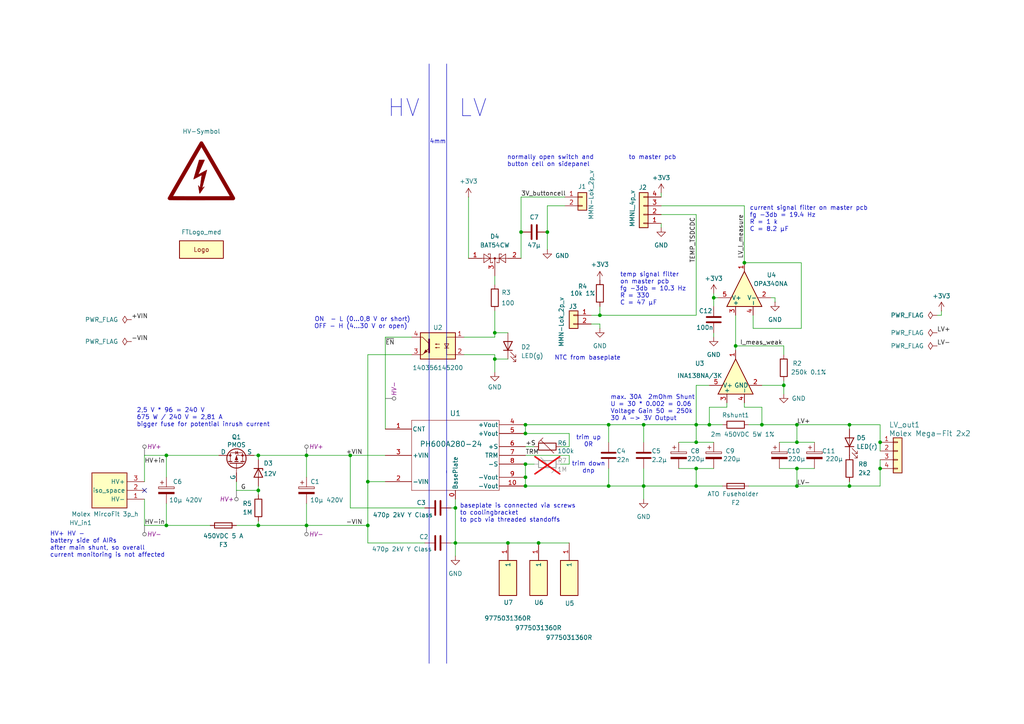
<source format=kicad_sch>
(kicad_sch (version 20231120) (generator "eeschema") (generator_version "8.0")
  (paper "A4")
  (title_block (title "TS-DCDC") (date "2024-12-12") (rev "0.5"))
  (lib_symbols
    (symbol "2024-11-18_21-41-11:PH600A280-24" (pin_names (offset 0.254))
      (property "Reference" "U1" (at 20.32 7.112 0))
      (property "Value" "PH600A280-24" (at 19.05 -1.778 0))
      (symbol "PH600A280-24_1_1"
        (pin passive line (at 20.32 -17.78 90) (length 2.54) (name "BasePlate") (number "0"))
        (pin input line (at 0 2.54 0) (length 7.62) (name "CNT") (number "1"))
        (pin power_out line (at 40.64 -13.97 180) (length 7.62) (name "-Vout") (number "10"))
        (pin power_in line (at 0 -12.7 0) (length 7.62) (name "-VIN") (number "2"))
        (pin power_in line (at 0 -5.08 0) (length 7.62) (name "+VIN") (number "3"))
        (pin power_out line (at 40.64 3.81 180) (length 7.62) (name "+Vout") (number "4"))
        (pin passive line (at 40.64 1.27 180) (length 7.62) (name "+Vout") (number "5"))
        (pin input line (at 40.64 -2.54 180) (length 7.62) (name "+S") (number "6"))
        (pin input line (at 40.64 -5.08 180) (length 7.62) (name "TRM") (number "7"))
        (pin input line (at 40.64 -7.62 180) (length 7.62) (name "-S") (number "8"))
        (pin passive line (at 40.64 -11.43 180) (length 7.62) (name "-Vout") (number "9"))
      )
    )
    (symbol "43650-0317:43650-0317"
      (property "Reference" "HV_in1" (at 18.542 -11.938 0))
      (property "Value" "Molex MircoFit 3p_h" (at 11.43 -9.398 0))
      (symbol "43650-0317_1_1"
        (pin power_out line (at 0 -5.08 0) (length 5.08) (name "HV-") (number "1"))
        (pin passive line (at 0 -2.54 0) (length 5.08) (name "iso_space") (number "2"))
        (pin power_out line (at 0 0 0) (length 5.08) (name "HV+") (number "3"))
      )
    )
    (symbol "9775031360R:9775031360R"
      (property "Reference" "U" (at 16.51 7.62 0))
      (property "Value" "9775031360R" (at 16.51 5.08 0))
      (symbol "9775031360R_1_1"
        (pin passive line (at 0 0 0) (length 5.08) (name "1") (number "1"))
      )
    )
    (symbol "Amplifier_Current:INA138" (pin_names (offset 0.127))
      (property "Reference" "U" (at 3.81 5.08 0))
      (property "Value" "INA138" (at 3.81 2.54 0))
      (symbol "INA138_1_1"
        (pin output line (at 7.62 0 180) (length 2.54) (name "~") (number "1"))
        (pin power_in line (at -2.54 -7.62 90) (length 3.81) (name "GND") (number "2"))
        (pin input line (at -7.62 2.54 0) (length 2.54) (name "+") (number "3"))
        (pin input line (at -7.62 -2.54 0) (length 2.54) (name "-") (number "4"))
        (pin power_in line (at -2.54 7.62 270) (length 3.81) (name "V+") (number "5"))
      )
    )
    (symbol "Amplifier_Operational:OPA340NA" (pin_names (offset 0.127))
      (property "Reference" "U" (at -1.27 6.35 0))
      (property "Value" "OPA340NA" (at -1.27 3.81 0))
      (symbol "OPA340NA_0_1"
        (pin power_in line (at -2.54 -7.62 90) (length 3.81) (name "V-") (number "2"))
        (pin power_in line (at -2.54 7.62 270) (length 3.81) (name "V+") (number "5"))
      )
      (symbol "OPA340NA_1_1"
        (pin output line (at 7.62 0 180) (length 2.54) (name "~") (number "1"))
        (pin input line (at -7.62 2.54 0) (length 2.54) (name "+") (number "3"))
        (pin input line (at -7.62 -2.54 0) (length 2.54) (name "-") (number "4"))
      )
    )
    (symbol "Conn_01x02_1" (pin_names (offset 1.016) hide)
      (property "Reference" "J3" (at -1.016 -5.08 0))
      (property "Value" "MMN-Lok_2p_v" (at 3.556 -7.874 90))
      (symbol "Conn_01x02_1_1_1"
        (pin passive line (at -5.08 -2.54 0) (length 3.81) (name "Pin_1") (number "1"))
        (pin passive line (at -5.08 0 0) (length 3.81) (name "Pin_2") (number "2"))
      )
    )
    (symbol "Conn_01x04_1" (pin_names (offset 1.016) hide)
      (property "Reference" "LV_out1" (at -2.54 7.62 0))
      (property "Value" "Molex Mega-Fit 2x2" (at -2.54 5.08 0))
      (symbol "Conn_01x04_1_1_1"
        (pin power_in line (at -5.08 2.54 0) (length 3.81) (name "Pin_1") (number "1"))
        (pin power_in line (at -5.08 0 0) (length 3.81) (name "Pin_2") (number "2"))
        (pin power_in line (at -5.08 -2.54 0) (length 3.81) (name "Pin_3") (number "3"))
        (pin power_in line (at -5.08 -5.08 0) (length 3.81) (name "Pin_4") (number "4"))
      )
    )
    (symbol "Connector_Generic:Conn_01x02" (pin_names (offset 1.016) hide)
      (property "Reference" "J" (at 0 2.54 0))
      (property "Value" "Conn_01x02" (at 0 -5.08 0))
      (symbol "Conn_01x02_1_1"
        (pin passive line (at -5.08 0 0) (length 3.81) (name "Pin_1") (number "1"))
        (pin passive line (at -5.08 -2.54 0) (length 3.81) (name "Pin_2") (number "2"))
      )
    )
    (symbol "Connector_Generic:Conn_01x04" (pin_names (offset 1.016) hide)
      (property "Reference" "J" (at 0 5.08 0))
      (property "Value" "Conn_01x04" (at 0 -7.62 0))
      (symbol "Conn_01x04_1_1"
        (pin passive line (at -5.08 2.54 0) (length 3.81) (name "Pin_1") (number "1"))
        (pin passive line (at -5.08 0 0) (length 3.81) (name "Pin_2") (number "2"))
        (pin passive line (at -5.08 -2.54 0) (length 3.81) (name "Pin_3") (number "3"))
        (pin passive line (at -5.08 -5.08 0) (length 3.81) (name "Pin_4") (number "4"))
      )
    )
    (symbol "Device:C" (pin_numbers hide) (pin_names (offset 0.254))
      (property "Reference" "C" (at 0.635 2.54 0))
      (property "Value" "C" (at 0.635 -2.54 0))
      (symbol "C_1_1"
        (pin passive line (at 0 3.81 270) (length 2.794) (name "~") (number "1"))
        (pin passive line (at 0 -3.81 90) (length 2.794) (name "~") (number "2"))
      )
    )
    (symbol "Device:C_Polarized" (pin_numbers hide) (pin_names (offset 0.254))
      (property "Reference" "C" (at 0.635 2.54 0))
      (property "Value" "C_Polarized" (at 0.635 -2.54 0))
      (symbol "C_Polarized_1_1"
        (pin passive line (at 0 3.81 270) (length 2.794) (name "~") (number "1"))
        (pin passive line (at 0 -3.81 90) (length 2.794) (name "~") (number "2"))
      )
    )
    (symbol "Device:D_Zener" (pin_numbers hide) (pin_names (offset 1.016) hide)
      (property "Reference" "D" (at 0 2.54 0))
      (property "Value" "D_Zener" (at 0 -2.54 0))
      (symbol "D_Zener_1_1"
        (pin passive line (at -3.81 0 0) (length 2.54) (name "K") (number "1"))
        (pin passive line (at 3.81 0 180) (length 2.54) (name "A") (number "2"))
      )
    )
    (symbol "Device:Fuse" (pin_numbers hide) (pin_names (offset 0))
      (property "Reference" "F" (at 2.032 0 90))
      (property "Value" "Fuse" (at -1.905 0 90))
      (symbol "Fuse_1_1"
        (pin passive line (at 0 3.81 270) (length 1.27) (name "~") (number "1"))
        (pin passive line (at 0 -3.81 90) (length 1.27) (name "~") (number "2"))
      )
    )
    (symbol "Device:LED" (pin_numbers hide) (pin_names (offset 1.016) hide)
      (property "Reference" "D" (at 0 2.54 0))
      (property "Value" "LED" (at 0 -2.54 0))
      (symbol "LED_1_1"
        (pin passive line (at -3.81 0 0) (length 2.54) (name "K") (number "1"))
        (pin passive line (at 3.81 0 180) (length 2.54) (name "A") (number "2"))
      )
    )
    (symbol "Device:R" (pin_numbers hide) (pin_names (offset 0))
      (property "Reference" "R" (at 2.032 0 90))
      (property "Value" "R" (at 0 0 90))
      (symbol "R_1_1"
        (pin passive line (at 0 3.81 270) (length 1.27) (name "~") (number "1"))
        (pin passive line (at 0 -3.81 90) (length 1.27) (name "~") (number "2"))
      )
    )
    (symbol "Device:R_Trim" (pin_numbers hide) (pin_names (offset 0))
      (property "Reference" "R" (at 2.54 -2.54 90))
      (property "Value" "R_Trim" (at -2.54 -0.635 90))
      (symbol "R_Trim_1_1"
        (pin passive line (at 0 3.81 270) (length 1.27) (name "~") (number "1"))
        (pin passive line (at 0 -3.81 90) (length 1.27) (name "~") (number "2"))
      )
    )
    (symbol "Diode:BAT54CW" (pin_names (offset 1.016))
      (property "Reference" "D" (at 0.635 -3.81 0))
      (property "Value" "BAT54CW" (at -6.35 3.175 0))
      (symbol "BAT54CW_1_1"
        (pin passive line (at -7.62 0 0) (length 3.81) (name "~") (number "1"))
        (pin passive line (at 7.62 0 180) (length 3.81) (name "~") (number "2"))
        (pin passive line (at 0 -5.08 90) (length 5.08) (name "~") (number "3"))
      )
    )
    (symbol "FaSTTUBe_logos:FTLogo_med"
      (property "Value" "FTLogo_med" (at 0 -3.81 0))
      (symbol "FTLogo_med_0_0"
        (text "Logo" (at 0 0 0) (effects (font (size 1.27 1.27))))
      )
    )
    (symbol "FaSTTUBe_logos:HV-Symbol" (pin_names (offset 1.016))
      (property "Value" "HV-Symbol" (at 0 -10.16 0))
    )
    (symbol "Fuse_1" (pin_numbers hide) (pin_names (offset 0))
      (property "Reference" "F2" (at 4.826 0 90))
      (property "Value" "ATO Fuseholder" (at 2.286 0.762 90))
      (symbol "Fuse_1_1_1"
        (pin passive line (at 0 3.81 270) (length 1.27) (name "~") (number "1"))
        (pin passive line (at 0 -3.81 90) (length 1.27) (name "~") (number "2"))
      )
    )
    (symbol "Relay_SolidState:34.81-7048"
      (property "Reference" "U2" (at 0 5.334 0))
      (property "Value" "140356145200" (at 0 -6.35 0))
      (symbol "34.81-7048_1_1"
        (pin passive line (at -7.62 2.54 0) (length 2.54) (name "") (number "1"))
        (pin passive line (at -7.62 -2.54 0) (length 2.54) (name "~") (number "2"))
        (pin passive line (at 7.62 -2.54 180) (length 2.54) (name "~") (number "3"))
        (pin passive line (at 7.62 2.54 180) (length 2.54) (name "~") (number "4"))
      )
    )
    (symbol "Simulation_SPICE:PMOS" (pin_numbers hide) (pin_names (offset 0))
      (property "Reference" "Q" (at 5.08 1.27 0))
      (property "Value" "PMOS" (at 5.08 -1.27 0))
      (symbol "PMOS_1_1"
        (pin passive line (at 2.54 5.08 270) (length 2.54) (name "D") (number "1"))
        (pin input line (at -5.08 0 0) (length 2.54) (name "G") (number "2"))
        (pin passive line (at 2.54 -5.08 90) (length 2.54) (name "S") (number "3"))
      )
    )
    (symbol "power:+3V3" (power) (pin_numbers hide) (pin_names (offset 0) hide)
      (property "Value" "+3V3" (at 0 3.556 0))
      (symbol "+3V3_1_1"
        (pin power_in line (at 0 0 90) (length 0) (name "~") (number "1"))
      )
    )
    (symbol "power:GND" (power) (pin_numbers hide) (pin_names (offset 0) hide)
      (property "Value" "GND" (at 0 -3.81 0))
      (symbol "GND_1_1"
        (pin power_in line (at 0 0 270) (length 0) (name "~") (number "1"))
      )
    )
    (symbol "power:PWR_FLAG" (power) (pin_numbers hide) (pin_names (offset 0) hide)
      (property "Value" "PWR_FLAG" (at 0 3.81 0))
      (symbol "PWR_FLAG_0_0"
        (pin power_out line (at 0 0 90) (length 0) (name "~") (number "1"))
      )
    )
  )
  (junction (at 152.4 134.62))
  (junction (at 186.69 123.19))
  (junction (at 207.01 86.36))
  (junction (at 143.51 96.52))
  (junction (at 74.93 152.4))
  (junction (at 74.93 142.24))
  (junction (at 143.51 104.14))
  (junction (at 106.68 139.7))
  (junction (at 48.26 132.08))
  (junction (at 201.93 128.27))
  (junction (at 213.36 100.33))
  (junction (at 231.14 123.19))
  (junction (at 176.53 123.19))
  (junction (at 151.13 67.31))
  (junction (at 152.4 138.43))
  (junction (at 147.32 157.48))
  (junction (at 201.93 135.89))
  (junction (at 48.26 152.4))
  (junction (at 152.4 123.19))
  (junction (at 246.38 123.19))
  (junction (at 132.08 157.48))
  (junction (at 106.68 152.4))
  (junction (at 152.4 140.97))
  (junction (at 88.9 152.4))
  (junction (at 205.74 123.19))
  (junction (at 201.93 123.19))
  (junction (at 176.53 140.97))
  (junction (at 255.27 135.89))
  (junction (at 231.14 128.27))
  (junction (at 88.9 132.08))
  (junction (at 231.14 135.89))
  (junction (at 173.99 91.44))
  (junction (at 158.75 67.31))
  (junction (at 156.21 157.48))
  (junction (at 152.4 125.73))
  (junction (at 201.93 140.97))
  (junction (at 220.98 123.19))
  (junction (at 255.27 128.27))
  (junction (at 74.93 132.08))
  (junction (at 132.08 147.32))
  (junction (at 186.69 140.97))
  (junction (at 215.9 76.2))
  (junction (at 246.38 140.97))
  (junction (at 101.6 132.08))
  (junction (at 227.33 111.76))
  (junction (at 231.14 140.97))
  (no_connect (at 41.91 142.24))
  (wire (pts (xy 231.14 135.89) (xy 231.14 140.97)))
  (wire (pts (xy 231.14 128.27) (xy 236.22 128.27)))
  (wire (pts (xy 41.91 152.4) (xy 41.91 144.78)))
  (wire (pts (xy 176.53 123.19) (xy 176.53 128.27)))
  (wire (pts (xy 48.26 152.4) (xy 60.96 152.4)))
  (wire (pts (xy 176.53 135.89) (xy 176.53 140.97)))
  (wire (pts (xy 111.76 97.79) (xy 111.76 124.46)))
  (wire (pts (xy 158.75 59.69) (xy 158.75 67.31)))
  (wire (pts (xy 201.93 123.19) (xy 205.74 123.19)))
  (wire (pts (xy 152.4 134.62) (xy 154.94 134.62)))
  (wire (pts (xy 226.06 128.27) (xy 231.14 128.27)))
  (wire (pts (xy 201.93 111.76) (xy 205.74 111.76)))
  (wire (pts (xy 73.66 132.08) (xy 74.93 132.08)))
  (wire (pts (xy 273.05 91.44) (xy 271.78 91.44)))
  (wire (pts (xy 143.51 104.14) (xy 143.51 102.87)))
  (wire (pts (xy 106.68 139.7) (xy 111.76 139.7)))
  (wire (pts (xy 151.13 57.15) (xy 163.83 57.15)))
  (wire (pts (xy 132.08 157.48) (xy 130.81 157.48)))
  (wire (pts (xy 143.51 104.14) (xy 143.51 107.95)))
  (wire (pts (xy 106.68 139.7) (xy 106.68 152.4)))
  (wire (pts (xy 201.93 62.23) (xy 201.93 91.44)))
  (wire (pts (xy 173.99 93.98) (xy 171.45 93.98)))
  (wire (pts (xy 143.51 80.01) (xy 143.51 82.55)))
  (wire (pts (xy 132.08 157.48) (xy 147.32 157.48)))
  (wire (pts (xy 205.74 123.19) (xy 209.55 123.19)))
  (wire (pts (xy 165.1 129.54) (xy 162.56 129.54)))
  (wire (pts (xy 134.62 97.79) (xy 143.51 97.79)))
  (wire (pts (xy 207.01 96.52) (xy 207.01 97.79)))
  (wire (pts (xy 201.93 111.76) (xy 201.93 123.19)))
  (wire (pts (xy 210.82 116.84) (xy 210.82 118.11)))
  (wire (pts (xy 210.82 118.11) (xy 205.74 118.11)))
  (wire (pts (xy 135.89 57.15) (xy 135.89 74.93)))
  (wire (pts (xy 74.93 132.08) (xy 88.9 132.08)))
  (wire (pts (xy 218.44 95.25) (xy 232.41 95.25)))
  (wire (pts (xy 165.1 134.62) (xy 165.1 132.08)))
  (wire (pts (xy 227.33 111.76) (xy 227.33 114.3)))
  (wire (pts (xy 152.4 123.19) (xy 176.53 123.19)))
  (polyline (pts (xy 124.46 18.542) (xy 124.46 192.405)))
  (wire (pts (xy 88.9 152.4) (xy 106.68 152.4)))
  (wire (pts (xy 208.28 86.36) (xy 207.01 86.36)))
  (wire (pts (xy 191.77 66.04) (xy 191.77 64.77)))
  (wire (pts (xy 151.13 57.15) (xy 151.13 67.31)))
  (wire (pts (xy 152.4 138.43) (xy 152.4 134.62)))
  (wire (pts (xy 41.91 152.4) (xy 48.26 152.4)))
  (wire (pts (xy 74.93 152.4) (xy 88.9 152.4)))
  (wire (pts (xy 217.17 140.97) (xy 231.14 140.97)))
  (wire (pts (xy 132.08 147.32) (xy 132.08 157.48)))
  (wire (pts (xy 143.51 104.14) (xy 147.32 104.14)))
  (wire (pts (xy 220.98 118.11) (xy 220.98 123.19)))
  (wire (pts (xy 255.27 128.27) (xy 255.27 130.81)))
  (wire (pts (xy 224.79 87.63) (xy 224.79 86.36)))
  (wire (pts (xy 186.69 123.19) (xy 201.93 123.19)))
  (wire (pts (xy 152.4 129.54) (xy 154.94 129.54)))
  (wire (pts (xy 48.26 146.05) (xy 48.26 152.4)))
  (wire (pts (xy 74.93 133.35) (xy 74.93 132.08)))
  (wire (pts (xy 74.93 143.51) (xy 74.93 142.24)))
  (wire (pts (xy 68.58 139.7) (xy 68.58 142.24)))
  (wire (pts (xy 106.68 152.4) (xy 106.68 157.48)))
  (wire (pts (xy 213.36 91.44) (xy 213.36 100.33)))
  (wire (pts (xy 186.69 140.97) (xy 201.93 140.97)))
  (wire (pts (xy 246.38 124.46) (xy 246.38 123.19)))
  (wire (pts (xy 173.99 88.9) (xy 173.99 91.44)))
  (wire (pts (xy 213.36 100.33) (xy 227.33 100.33)))
  (wire (pts (xy 68.58 152.4) (xy 74.93 152.4)))
  (wire (pts (xy 173.99 91.44) (xy 201.93 91.44)))
  (wire (pts (xy 186.69 123.19) (xy 186.69 128.27)))
  (wire (pts (xy 186.69 140.97) (xy 186.69 144.78)))
  (wire (pts (xy 220.98 111.76) (xy 227.33 111.76)))
  (wire (pts (xy 201.93 128.27) (xy 207.01 128.27)))
  (wire (pts (xy 186.69 135.89) (xy 186.69 140.97)))
  (wire (pts (xy 201.93 135.89) (xy 201.93 140.97)))
  (wire (pts (xy 158.75 67.31) (xy 158.75 72.39)))
  (wire (pts (xy 220.98 118.11) (xy 215.9 118.11)))
  (wire (pts (xy 226.06 135.89) (xy 231.14 135.89)))
  (wire (pts (xy 106.68 102.87) (xy 119.38 102.87)))
  (wire (pts (xy 132.08 144.78) (xy 132.08 147.32)))
  (polyline (pts (xy 129.54 136.525) (xy 129.54 192.405)))
  (wire (pts (xy 143.51 96.52) (xy 147.32 96.52)))
  (wire (pts (xy 152.4 123.19) (xy 152.4 125.73)))
  (wire (pts (xy 88.9 132.08) (xy 88.9 138.43)))
  (wire (pts (xy 191.77 57.15) (xy 191.77 55.88)))
  (wire (pts (xy 232.41 76.2) (xy 215.9 76.2)))
  (wire (pts (xy 201.93 140.97) (xy 209.55 140.97)))
  (wire (pts (xy 165.1 125.73) (xy 152.4 125.73)))
  (wire (pts (xy 74.93 142.24) (xy 74.93 140.97)))
  (wire (pts (xy 205.74 118.11) (xy 205.74 123.19)))
  (wire (pts (xy 88.9 132.08) (xy 101.6 132.08)))
  (wire (pts (xy 147.32 157.48) (xy 156.21 157.48)))
  (wire (pts (xy 101.6 132.08) (xy 111.76 132.08)))
  (wire (pts (xy 196.85 128.27) (xy 201.93 128.27)))
  (wire (pts (xy 106.68 102.87) (xy 106.68 139.7)))
  (wire (pts (xy 196.85 135.89) (xy 201.93 135.89)))
  (wire (pts (xy 232.41 95.25) (xy 232.41 76.2)))
  (wire (pts (xy 162.56 134.62) (xy 165.1 134.62)))
  (wire (pts (xy 163.83 59.69) (xy 158.75 59.69)))
  (wire (pts (xy 176.53 123.19) (xy 186.69 123.19)))
  (wire (pts (xy 48.26 132.08) (xy 63.5 132.08)))
  (wire (pts (xy 213.36 100.33) (xy 213.36 101.6)))
  (wire (pts (xy 224.79 86.36) (xy 223.52 86.36)))
  (wire (pts (xy 173.99 91.44) (xy 171.45 91.44)))
  (wire (pts (xy 74.93 151.13) (xy 74.93 152.4)))
  (wire (pts (xy 231.14 135.89) (xy 236.22 135.89)))
  (wire (pts (xy 217.17 123.19) (xy 220.98 123.19)))
  (wire (pts (xy 215.9 59.69) (xy 215.9 76.2)))
  (wire (pts (xy 231.14 140.97) (xy 246.38 140.97)))
  (wire (pts (xy 152.4 140.97) (xy 176.53 140.97)))
  (wire (pts (xy 231.14 123.19) (xy 231.14 128.27)))
  (wire (pts (xy 201.93 135.89) (xy 207.01 135.89)))
  (wire (pts (xy 191.77 59.69) (xy 215.9 59.69)))
  (polyline (pts (xy 129.54 18.542) (xy 129.54 137.16)))
  (wire (pts (xy 123.19 147.32) (xy 101.6 147.32)))
  (wire (pts (xy 246.38 139.7) (xy 246.38 140.97)))
  (wire (pts (xy 152.4 140.97) (xy 152.4 138.43)))
  (wire (pts (xy 255.27 133.35) (xy 255.27 135.89)))
  (wire (pts (xy 246.38 123.19) (xy 255.27 123.19)))
  (wire (pts (xy 68.58 142.24) (xy 74.93 142.24)))
  (wire (pts (xy 176.53 140.97) (xy 186.69 140.97)))
  (wire (pts (xy 173.99 93.98) (xy 173.99 95.25)))
  (wire (pts (xy 215.9 118.11) (xy 215.9 116.84)))
  (wire (pts (xy 152.4 132.08) (xy 165.1 132.08)))
  (wire (pts (xy 143.51 96.52) (xy 143.51 90.17)))
  (wire (pts (xy 255.27 135.89) (xy 255.27 140.97)))
  (wire (pts (xy 151.13 67.31) (xy 151.13 74.93)))
  (wire (pts (xy 143.51 97.79) (xy 143.51 96.52)))
  (wire (pts (xy 246.38 140.97) (xy 255.27 140.97)))
  (wire (pts (xy 165.1 129.54) (xy 165.1 125.73)))
  (wire (pts (xy 132.08 147.32) (xy 130.81 147.32)))
  (wire (pts (xy 132.08 161.29) (xy 132.08 157.48)))
  (wire (pts (xy 101.6 147.32) (xy 101.6 132.08)))
  (wire (pts (xy 48.26 132.08) (xy 48.26 138.43)))
  (wire (pts (xy 273.05 90.17) (xy 273.05 91.44)))
  (wire (pts (xy 106.68 157.48) (xy 123.19 157.48)))
  (wire (pts (xy 111.76 97.79) (xy 119.38 97.79)))
  (wire (pts (xy 165.1 157.48) (xy 156.21 157.48)))
  (wire (pts (xy 227.33 100.33) (xy 227.33 102.87)))
  (wire (pts (xy 220.98 123.19) (xy 231.14 123.19)))
  (wire (pts (xy 41.91 132.08) (xy 48.26 132.08)))
  (wire (pts (xy 207.01 86.36) (xy 207.01 85.09)))
  (wire (pts (xy 41.91 132.08) (xy 41.91 139.7)))
  (wire (pts (xy 255.27 123.19) (xy 255.27 128.27)))
  (wire (pts (xy 207.01 86.36) (xy 207.01 88.9)))
  (wire (pts (xy 227.33 110.49) (xy 227.33 111.76)))
  (wire (pts (xy 143.51 102.87) (xy 134.62 102.87)))
  (wire (pts (xy 231.14 123.19) (xy 246.38 123.19)))
  (wire (pts (xy 201.93 62.23) (xy 191.77 62.23)))
  (wire (pts (xy 218.44 95.25) (xy 218.44 91.44)))
  (wire (pts (xy 88.9 152.4) (xy 88.9 146.05)))
  (wire (pts (xy 201.93 123.19) (xy 201.93 128.27)))
  (text "trim down\ndnp" (at 170.688 135.636 0) (effects (font (size 1.27 1.27))))
  (text " ON  - L (0...0,8 V or short)\nOFF - H (4...30 V or open)" (at 104.648 93.726 0) (effects (font (size 1.27 1.27))))
  (text "max. 30A  2mOhm Shunt \nU = 30 * 0.002 = 0.06\nVoltage Gain 50 = 250k\n30 A -> 3V Output\n" (at 177.038 118.364 0) (effects (font (size 1.27 1.27)) (justify left)))
  (text "trim up\n0R" (at 170.688 128.016 0) (effects (font (size 1.27 1.27))))
  (text "2,5 V * 96 = 240 V\n675 W / 240 V = 2,81 A\nbigger fuse for potential inrush current\n\n" (at 39.624 122.174 0) (effects (font (size 1.27 1.27)) (justify left)))
  (text "current signal filter on master pcb\nfg -3db = 19.4 Hz\nR = 1 k\nC = 8.2 µF\n" (at 217.424 63.5 0) (effects (font (size 1.27 1.27)) (justify left)))
  (text "LV" (at 137.16 31.496 0) (effects (font (size 5 5))))
  (text "4mm" (at 127 41.148 0) (effects (font (size 1.27 1.27))))
  (text "normally open switch and\nbutton cell on sidepanel\n " (at 147.066 44.958 0) (effects (font (size 1.27 1.27)) (justify left top)))
  (text "NTC from baseplate" (at 170.434 103.886 0) (effects (font (size 1.27 1.27))))
  (text "HV" (at 117.094 31.496 0) (effects (font (size 5 5))))
  (text "HV+ HV -\nbattery side of AIRs\nafter main shunt, so overall \ncurrent monitoring is not affected" (at 14.478 157.988 0) (effects (font (size 1.27 1.27)) (justify left)))
  (text "to master pcb" (at 189.23 45.72 0) (effects (font (size 1.27 1.27))))
  (text "baseplate is connected via screws \nto coolingbracket\nto pcb via threaded standoffs\n" (at 133.35 148.844 0) (effects (font (size 1.27 1.27)) (justify left)))
  (text "temp signal filter \non master pcb\nfg -3db = 10.3 Hz\nR = 330\nC = 47 µF" (at 179.832 83.82 0) (effects (font (size 1.27 1.27)) (justify left)))
  (label "LV+" (at 231.14 123.19 0))
  (label "+VIN" (at 38.1 92.71 0))
  (label "LV-" (at 231.14 140.97 0))
  (label "TEMP_TSDCDC" (at 201.93 76.2 90))
  (label "LV-" (at 271.78 100.33 0))
  (label "G" (at 69.85 142.24 0))
  (label "+S" (at 152.4 129.54 0))
  (label "-VIN" (at 38.1 99.06 0))
  (label "TRM" (at 152.4 132.08 0))
  (label "-VIN" (at 100.33 152.4 0))
  (label "LV_I_measure" (at 215.9 74.93 90))
  (label "HV+in" (at 41.91 134.62 0))
  (label "I_meas_weak" (at 214.63 100.33 0))
  (label "3V_buttoncell" (at 151.13 57.15 0))
  (label "HV-in" (at 41.91 152.4 0))
  (label "~{EN}" (at 111.76 100.33 0))
  (label "+VIN" (at 100.33 132.08 0))
  (label "LV+" (at 271.78 96.52 0))
  (netclass_flag "" (length 2.54) (shape round) (at 41.91 132.08 0) (property "Netclass" "HV+" (at 42.6085 129.54 0) (effects (font (italic yes)) (justify left))))
  (netclass_flag "" (length 2.54) (shape round) (at 41.91 152.4 180) (property "Netclass" "HV-" (at 42.6085 154.94 0) (effects (font (italic yes)) (justify left))))
  (netclass_flag "" (length 2.54) (shape round) (at 111.76 115.57 270) (property "Netclass" "HV-" (at 114.3 114.8715 90) (effects (font (italic yes)) (justify left))))
  (netclass_flag "" (length 2.54) (shape round) (at 88.9 132.08 0) (property "Netclass" "HV+" (at 89.5985 129.54 0) (effects (font (italic yes)) (justify left))))
  (netclass_flag "" (length 2.54) (shape round) (at 68.58 142.24 180) (property "Netclass" "HV+" (at 67.8815 144.78 0) (effects (font (italic yes)) (justify right))))
  (netclass_flag "" (length 2.54) (shape round) (at 88.9 152.4 180) (property "Netclass" "HV-" (at 89.5985 154.94 0) (effects (font (italic yes)) (justify left))))
  (symbol (lib_id "9775031360R:9775031360R") (at 165.1 157.48 270) (unit 1)
    (property "Reference" "U5" (at 163.83 175.006 90) (effects (justify left)))
    (property "Value" "9775031360R" (at 158.242 184.912 90) (effects (justify left)))
    (property "Footprint" "9775031360R" (effects (hide yes)))
    (property "Datasheet" "https://www.we-online.com/components/products/datasheet/9775031360R.pdf" (effects (hide yes)))
    (property "Description" "Round Standoff Threaded M3 Steel 0.039\" (1.00mm)" (effects (hide yes)))
    (property "Height" "4.2" (effects (hide yes)))
    (property "Mouser Part Number" "710-9775031360R" (effects (hide yes)))
    (property "Mouser Price/Stock" "https://www.mouser.co.uk/ProductDetail/Wurth-Elektronik/9775031360R?qs=lBTPRtX1sU%252BooRt%2F6rjYpA%3D%3D" (effects (hide yes)))
    (property "Manufacturer_Name" "Wurth Elektronik" (effects (hide yes)))
    (property "Manufacturer_Part_Number" "9775031360R" (effects (hide yes)))
  )
  (symbol (lib_id "Device:LED") (at 147.32 100.33 90) (unit 1)
    (property "Reference" "D2" (at 151.13 100.6474 90) (effects (justify right)))
    (property "Value" "LED(g)" (at 151.13 103.1874 90) (effects (justify right)))
    (property "Footprint" "LED_SMD:LED_0603_1608Metric" (effects (hide yes)))
    (property "Description" "Light emitting diode" (effects (hide yes)))
  )
  (symbol (lib_id "Device:C_Polarized") (at 196.85 132.08 0) (unit 1)
    (property "Reference" "C8" (at 202.946 130.81 0) (effects (justify right)))
    (property "Value" "220µ" (at 204.47 133.096 0) (effects (justify right)))
    (property "Footprint" "Capacitor_THT:CP_Radial_D10.0mm_P5.00mm" (effects (hide yes)))
    (property "Datasheet" "https://mou.sr/3E8B9GR" (effects (hide yes)))
    (property "Description" "Polarized capacitor" (effects (hide yes)))
  )
  (symbol (lib_id "Device:C") (at 176.53 132.08 0) (unit 1)
    (property "Reference" "C4" (at 178.816 130.81 0) (effects (justify left)))
    (property "Value" "22n" (at 178.816 133.35 0) (effects (justify left)))
    (property "Footprint" "Capacitor_SMD:C_1206_3216Metric" (effects (hide yes)))
    (property "Description" "Unpolarized capacitor" (effects (hide yes)))
  )
  (symbol (lib_id "Device:R") (at 74.93 147.32 0) (unit 1)
    (property "Reference" "R5" (at 70.358 146.05 0) (effects (justify left)))
    (property "Value" "1M" (at 70.358 148.59 0) (effects (justify left)))
    (property "Footprint" "Resistor_SMD:R_2010_5025Metric" (effects (hide yes)))
    (property "Description" "Resistor" (effects (hide yes)))
  )
  (symbol (lib_id "Device:R") (at 246.38 135.89 0) (unit 1)
    (property "Reference" "R8" (at 248.92 134.6199 0) (effects (justify left)))
    (property "Value" "2k2" (at 248.92 137.1599 0) (effects (justify left)))
    (property "Footprint" "Resistor_SMD:R_0603_1608Metric" (effects (hide yes)))
    (property "Description" "Resistor" (effects (hide yes)))
  )
  (symbol (lib_id "Connector_Generic:Conn_01x04") (at 186.69 62.23 180) (unit 1)
    (property "Reference" "J2" (at 186.436 54.356 0))
    (property "Value" "MMNL_4p_v" (at 183.388 60.452 90))
    (property "Footprint" "FaSTTUBe_connectors:Micro_Mate-N-Lok_4p_vertical" (effects (hide yes)))
    (property "Description" "Generic connector, single row, 01x04, script generated (kicad-library-utils/schlib/autogen/connector/)" (effects (hide yes)))
  )
  (symbol (lib_id "power:GND") (at 186.69 144.78 0) (unit 1)
    (property "Reference" "#PWR01" (effects (hide yes)))
    (property "Value" "GND" (at 186.69 149.86 0))
    (property "Description" "Power symbol creates a global label with name \"GND\" , ground" (effects (hide yes)))
  )
  (symbol (lib_id "Device:D_Zener") (at 74.93 137.16 270) (unit 1)
    (property "Reference" "D3" (at 76.454 134.366 90) (effects (justify left)))
    (property "Value" "12V" (at 76.454 137.414 90) (effects (justify left)))
    (property "Footprint" "Diode_SMD:D_SOD-323" (effects (hide yes)))
    (property "Datasheet" "https://assets.nexperia.com/documents/data-sheet/PDZ-B_SER.pdf" (effects (hide yes)))
    (property "Description" "Zener diode" (effects (hide yes)))
  )
  (symbol (lib_id "power:PWR_FLAG") (at 38.1 92.71 90) (unit 1)
    (property "Reference" "#FLG02" (effects (hide yes)))
    (property "Value" "PWR_FLAG" (at 34.29 92.7099 90) (effects (justify left)))
    (property "Description" "Special symbol for telling ERC where power comes from" (effects (hide yes)))
  )
  (symbol (lib_id "power:+3V3") (at 191.77 55.88 0) (mirror y) (unit 1)
    (property "Reference" "#PWR05" (effects (hide yes)))
    (property "Value" "+3V3" (at 191.77 51.562 0))
    (property "Description" "Power symbol creates a global label with name \"+3V3\"" (effects (hide yes)))
  )
  (symbol (lib_id "Amplifier_Operational:OPA340NA") (at 215.9 83.82 90) (unit 1)
    (property "Reference" "U4" (at 223.774 79.756 90))
    (property "Value" "OPA340NA" (at 223.52 82.296 90))
    (property "Footprint" "Package_TO_SOT_SMD:SOT-23-5" (effects (hide yes)))
    (property "Datasheet" "http://www.ti.com/lit/ds/symlink/opa340.pdf" (effects (hide yes)))
    (property "Description" "Single Single-Supply, Rail-to-Rail Operational Amplifier, MicroAmplifier Series, SOT-23-5" (effects (hide yes)))
  )
  (symbol (lib_id "Device:C_Polarized") (at 226.06 132.08 0) (unit 1)
    (property "Reference" "C10" (at 232.156 130.81 0) (effects (justify right)))
    (property "Value" "220µ" (at 233.68 133.096 0) (effects (justify right)))
    (property "Footprint" "Capacitor_THT:CP_Radial_D10.0mm_P5.00mm" (effects (hide yes)))
    (property "Datasheet" "https://mou.sr/3E8B9GR" (effects (hide yes)))
    (property "Description" "Polarized capacitor" (effects (hide yes)))
  )
  (symbol (lib_id "Device:LED") (at 246.38 128.27 90) (unit 1)
    (property "Reference" "D5" (at 248.412 127 90) (effects (justify right)))
    (property "Value" "LED(r)" (at 248.412 129.54 90) (effects (justify right)))
    (property "Footprint" "LED_SMD:LED_0603_1608Metric" (effects (hide yes)))
    (property "Description" "Light emitting diode" (effects (hide yes)))
  )
  (symbol (lib_id "Device:C_Polarized") (at 88.9 142.24 0) (unit 1)
    (property "Reference" "C1" (at 92.71 139.7 0) (effects (justify right)))
    (property "Value" "10µ 420V" (at 99.568 145.034 0) (effects (justify right)))
    (property "Footprint" "Capacitor_THT:CP_Radial_D12.5mm_P5.00mm" (effects (hide yes)))
    (property "Datasheet" "https://mou.sr/3CdDpvY" (effects (hide yes)))
    (property "Description" "Polarized capacitor" (effects (hide yes)))
  )
  (symbol (lib_id "Device:C") (at 127 157.48 90) (unit 1)
    (property "Reference" "C2" (at 122.936 155.702 90))
    (property "Value" "470p 2kV Y Class" (at 116.586 159.258 90))
    (property "Footprint" "footprints:VY1471M29Y5UC63V0" (effects (hide yes)))
    (property "Datasheet" "https://www.vishay.com/docs/28537/vy1series.pdf" (effects (hide yes)))
    (property "Description" "Unpolarized capacitor" (effects (hide yes)))
  )
  (symbol (lib_id "power:PWR_FLAG") (at 271.78 100.33 90) (unit 1)
    (property "Reference" "#FLG05" (effects (hide yes)))
    (property "Value" "PWR_FLAG" (at 267.97 100.3299 90) (effects (justify left)))
    (property "Description" "Special symbol for telling ERC where power comes from" (effects (hide yes)))
  )
  (symbol (lib_id "Device:C_Polarized") (at 207.01 132.08 0) (unit 1)
    (property "Reference" "C9" (at 213.106 130.81 0) (effects (justify right)))
    (property "Value" "220µ" (at 214.884 133.096 0) (effects (justify right)))
    (property "Footprint" "Capacitor_THT:CP_Radial_D10.0mm_P5.00mm" (effects (hide yes)))
    (property "Datasheet" "https://mou.sr/3E8B9GR" (effects (hide yes)))
    (property "Description" "Polarized capacitor" (effects (hide yes)))
  )
  (symbol (lib_id "9775031360R:9775031360R") (at 156.21 157.48 270) (unit 1)
    (property "Reference" "U6" (at 154.94 174.752 90) (effects (justify left)))
    (property "Value" "9775031360R" (at 149.352 182.118 90) (effects (justify left)))
    (property "Footprint" "9775031360R" (effects (hide yes)))
    (property "Datasheet" "https://www.we-online.com/components/products/datasheet/9775031360R.pdf" (effects (hide yes)))
    (property "Description" "Round Standoff Threaded M3 Steel 0.039\" (1.00mm)" (effects (hide yes)))
    (property "Height" "4.2" (effects (hide yes)))
    (property "Mouser Part Number" "710-9775031360R" (effects (hide yes)))
    (property "Mouser Price/Stock" "https://www.mouser.co.uk/ProductDetail/Wurth-Elektronik/9775031360R?qs=lBTPRtX1sU%252BooRt%2F6rjYpA%3D%3D" (effects (hide yes)))
    (property "Manufacturer_Name" "Wurth Elektronik" (effects (hide yes)))
    (property "Manufacturer_Part_Number" "9775031360R" (effects (hide yes)))
  )
  (symbol (lib_id "power:GND") (at 207.01 97.79 0) (unit 1)
    (property "Reference" "#PWR013" (effects (hide yes)))
    (property "Value" "GND" (at 207.01 102.87 0))
    (property "Description" "Power symbol creates a global label with name \"GND\" , ground" (effects (hide yes)))
  )
  (symbol (lib_id "2024-11-18_21-41-11:PH600A280-24") (at 111.76 127 0) (unit 1)
    (property "Reference" "U1" (at 132.08 119.888 0) (effects (font (size 1.524 1.524))))
    (property "Value" "PH600A280-24" (at 130.81 128.778 0) (effects (font (size 1.524 1.524))))
    (property "Footprint" "footprints:PH300A_thru_PH600A_TDK" (effects (hide yes)))
    (property "Datasheet" "https://product.tdk.com/system/files/dam/doc/product/power/switching-power/dc-dc-converter/catalog/ph-a280_e.pdf" (effects (hide yes)))
  )
  (symbol (lib_id "power:PWR_FLAG") (at 271.78 91.44 90) (unit 1)
    (property "Reference" "#FLG01" (effects (hide yes)))
    (property "Value" "PWR_FLAG" (at 267.97 91.4399 90) (effects (justify left)))
    (property "Description" "Special symbol for telling ERC where power comes from" (effects (hide yes)))
  )
  (symbol (lib_id "Device:C") (at 154.94 67.31 90) (unit 1)
    (property "Reference" "C7" (at 154.94 62.992 90))
    (property "Value" "47µ" (at 154.94 71.12 90))
    (property "Footprint" "Capacitor_SMD:C_1210_3225Metric" (effects (hide yes)))
    (property "Description" "Unpolarized capacitor" (effects (hide yes)))
  )
  (symbol (lib_id "power:+3V3") (at 173.99 81.28 0) (mirror y) (unit 1)
    (property "Reference" "#PWR08" (effects (hide yes)))
    (property "Value" "+3V3" (at 173.99 76.708 0))
    (property "Description" "Power symbol creates a global label with name \"+3V3\"" (effects (hide yes)))
  )
  (symbol (lib_id "FaSTTUBe_logos:HV-Symbol") (at 58.42 49.53 0) (unit 1)
    (property "Reference" "#Logo2" (effects (hide yes)))
    (property "Value" "HV-Symbol" (at 58.4225 38.1 0))
    (property "Footprint" "FaSTTUBe_logos:HV-Warning" (effects (hide yes)))
  )
  (symbol (lib_id "Device:C_Polarized") (at 48.26 142.24 0) (unit 1)
    (property "Reference" "C6" (at 52.832 139.7 0) (effects (justify right)))
    (property "Value" "10µ 420V" (at 58.674 145.034 0) (effects (justify right)))
    (property "Footprint" "Capacitor_THT:CP_Radial_D12.5mm_P5.00mm" (effects (hide yes)))
    (property "Datasheet" "https://mou.sr/3CdDpvY" (effects (hide yes)))
    (property "Description" "Polarized capacitor" (effects (hide yes)))
  )
  (symbol (lib_id "power:GND") (at 227.33 114.3 0) (unit 1)
    (property "Reference" "#PWR02" (effects (hide yes)))
    (property "Value" "GND" (at 231.648 115.57 0))
    (property "Description" "Power symbol creates a global label with name \"GND\" , ground" (effects (hide yes)))
  )
  (symbol (lib_id "Device:C_Polarized") (at 236.22 132.08 0) (unit 1)
    (property "Reference" "C11" (at 242.316 130.81 0) (effects (justify right)))
    (property "Value" "220µ" (at 244.602 133.096 0) (effects (justify right)))
    (property "Footprint" "Capacitor_THT:CP_Radial_D10.0mm_P5.00mm" (effects (hide yes)))
    (property "Datasheet" "https://mou.sr/3E8B9GR" (effects (hide yes)))
    (property "Description" "Polarized capacitor" (effects (hide yes)))
  )
  (symbol (lib_id "Device:R_Trim") (at 158.75 134.62 270) (unit 1) (dnp yes)
    (property "Reference" "R7" (at 163.068 133.604 90))
    (property "Value" "1M" (at 163.068 136.144 90))
    (property "Footprint" "Potentiometer_SMD:Potentiometer_Bourns_TC33X_Vertical" (effects (hide yes)))
    (property "Description" "Trimmable resistor (preset resistor)" (effects (hide yes)))
  )
  (symbol (lib_id "power:GND") (at 132.08 161.29 0) (unit 1)
    (property "Reference" "#PWR010" (effects (hide yes)))
    (property "Value" "GND" (at 132.08 166.37 0))
    (property "Description" "Power symbol creates a global label with name \"GND\" , ground" (effects (hide yes)))
  )
  (symbol (lib_id "Relay_SolidState:34.81-7048") (at 127 100.33 0) (mirror y) (unit 1)
    (property "Reference" "U2" (at 127 94.996 0))
    (property "Value" "140356145200" (at 127 106.68 0))
    (property "Footprint" "footprints:SOP254P700X210-4N" (effects (hide yes)))
    (property "Datasheet" "https://www.we-online.com/components/products/datasheet/140356145200.pdf" (effects (hide yes)))
    (property "Description" "Ultra-Slim Solid-State Relay, 0.1A, 48V DC output switching" (effects (hide yes)))
  )
  (symbol (lib_name "Conn_01x04_1") (lib_id "Connector_Generic:Conn_01x04") (at 260.35 130.81 0) (unit 1)
    (property "Reference" "LV_out1" (at 257.81 123.19 0) (effects (font (size 1.524 1.524)) (justify left)))
    (property "Value" "Molex Mega-Fit 2x2" (at 257.81 125.73 0) (effects (font (size 1.524 1.524)) (justify left)))
    (property "Footprint" "footprints:CONN_SD-76825-0100_04_MOL" (effects (hide yes)))
    (property "Datasheet" "https://www.molex.com/en-us/products/part-detail/768250004" (effects (hide yes)))
    (property "Description" "Generic connector, single row, 01x04, script generated (kicad-library-utils/schlib/autogen/connector/)" (effects (hide yes)))
  )
  (symbol (lib_id "Device:Fuse") (at 64.77 152.4 90) (mirror x) (unit 1)
    (property "Reference" "F3" (at 64.77 157.988 90))
    (property "Value" "450VDC 5 A" (at 64.77 155.448 90))
    (property "Footprint" "footprints:0ACG5000TE" (effects (hide yes)))
    (property "Datasheet" "https://www.mouser.de/datasheet/2/643/ds_CP_0ACG_series-2000946.pdf" (effects (hide yes)))
    (property "Description" "Fuse" (effects (hide yes)))
  )
  (symbol (lib_id "power:+3V3") (at 135.89 57.15 0) (unit 1)
    (property "Reference" "#PWR09" (effects (hide yes)))
    (property "Value" "+3V3" (at 135.89 52.578 0))
    (property "Description" "Power symbol creates a global label with name \"+3V3\"" (effects (hide yes)))
  )
  (symbol (lib_id "power:PWR_FLAG") (at 38.1 99.06 90) (unit 1)
    (property "Reference" "#FLG03" (effects (hide yes)))
    (property "Value" "PWR_FLAG" (at 34.29 99.0599 90) (effects (justify left)))
    (property "Description" "Special symbol for telling ERC where power comes from" (effects (hide yes)))
  )
  (symbol (lib_id "9775031360R:9775031360R") (at 147.32 157.48 270) (unit 1)
    (property "Reference" "U7" (at 146.05 174.752 90) (effects (justify left)))
    (property "Value" "9775031360R" (at 140.462 179.324 90) (effects (justify left)))
    (property "Footprint" "9775031360R" (effects (hide yes)))
    (property "Datasheet" "https://www.we-online.com/components/products/datasheet/9775031360R.pdf" (effects (hide yes)))
    (property "Description" "Round Standoff Threaded M3 Steel 0.039\" (1.00mm)" (effects (hide yes)))
    (property "Height" "4.2" (effects (hide yes)))
    (property "Mouser Part Number" "710-9775031360R" (effects (hide yes)))
    (property "Mouser Price/Stock" "https://www.mouser.co.uk/ProductDetail/Wurth-Elektronik/9775031360R?qs=lBTPRtX1sU%252BooRt%2F6rjYpA%3D%3D" (effects (hide yes)))
    (property "Manufacturer_Name" "Wurth Elektronik" (effects (hide yes)))
    (property "Manufacturer_Part_Number" "9775031360R" (effects (hide yes)))
  )
  (symbol (lib_id "power:GND") (at 173.99 95.25 0) (unit 1)
    (property "Reference" "#PWR06" (effects (hide yes)))
    (property "Value" "GND" (at 173.99 100.33 0))
    (property "Description" "Power symbol creates a global label with name \"GND\" , ground" (effects (hide yes)))
  )
  (symbol (lib_id "Device:R") (at 173.99 85.09 0) (unit 1)
    (property "Reference" "R4" (at 167.64 83.058 0) (effects (justify left)))
    (property "Value" "10k 1%" (at 165.354 85.09 0) (effects (justify left)))
    (property "Footprint" "Resistor_SMD:R_0603_1608Metric" (effects (hide yes)))
    (property "Description" "Resistor" (effects (hide yes)))
  )
  (symbol (lib_name "Fuse_1") (lib_id "Device:Fuse") (at 213.36 140.97 90) (mirror x) (unit 1)
    (property "Reference" "F2" (at 213.36 145.796 90))
    (property "Value" "ATO Fuseholder" (at 212.598 143.256 90))
    (property "Footprint" "footprints:01000066Z" (effects (hide yes)))
    (property "Datasheet" "https://www.littelfuse.com/assetdocs/littelfuse_fuseclip_100_datasheet.pdf?assetguid=9960882e-3537-4a71-b411-c6d6ebc326a9" (effects (hide yes)))
    (property "Description" "Fuse" (effects (hide yes)))
  )
  (symbol (lib_id "Device:R") (at 213.36 123.19 90) (unit 1)
    (property "Reference" "Rshunt1" (at 213.36 120.396 90))
    (property "Value" "2m 450VDC 5W 1%" (at 215.392 125.984 90))
    (property "Footprint" "Resistor_SMD:R_2512_6332Metric" (effects (hide yes)))
    (property "Datasheet" "https://www.mouser.de/datasheet/2/54/css2h_2512-1862180.pdf" (effects (hide yes)))
    (property "Description" "Resistor" (effects (hide yes)))
  )
  (symbol (lib_id "power:+3V3") (at 273.05 90.17 0) (mirror y) (unit 1)
    (property "Reference" "#PWR014" (effects (hide yes)))
    (property "Value" "+3V3" (at 273.05 85.852 0))
    (property "Description" "Power symbol creates a global label with name \"+3V3\"" (effects (hide yes)))
  )
  (symbol (lib_id "Diode:BAT54CW") (at 143.51 74.93 0) (unit 1)
    (property "Reference" "D4" (at 143.51 68.58 0))
    (property "Value" "BAT54CW" (at 143.51 71.12 0))
    (property "Footprint" "Package_TO_SOT_SMD:SOT-323_SC-70" (effects (hide yes)))
    (property "Datasheet" "https://assets.nexperia.com/documents/data-sheet/BAT54W_SER.pdf" (effects (hide yes)))
    (property "Description" "Dual schottky barrier diode, common cathode, SOT-323" (effects (hide yes)))
  )
  (symbol (lib_id "Device:C") (at 207.01 92.71 0) (unit 1)
    (property "Reference" "C12" (at 202.692 90.17 0) (effects (justify left)))
    (property "Value" "100n" (at 201.93 94.996 0) (effects (justify left)))
    (property "Footprint" "Capacitor_SMD:C_0603_1608Metric" (effects (hide yes)))
    (property "Description" "Unpolarized capacitor" (effects (hide yes)))
  )
  (symbol (lib_id "Device:C") (at 127 147.32 270) (unit 1)
    (property "Reference" "C3" (at 122.174 145.796 90))
    (property "Value" "470p 2kV Y Class" (at 116.84 149.352 90))
    (property "Footprint" "footprints:VY1471M29Y5UC63V0" (effects (hide yes)))
    (property "Datasheet" "https://www.vishay.com/docs/28537/vy1series.pdf" (effects (hide yes)))
    (property "Description" "Unpolarized capacitor" (effects (hide yes)))
  )
  (symbol (lib_id "Device:R") (at 227.33 106.68 0) (unit 1)
    (property "Reference" "R2" (at 229.87 105.4099 0) (effects (justify left)))
    (property "Value" "250k 0.1%" (at 229.362 107.95 0) (effects (justify left)))
    (property "Footprint" "Resistor_SMD:R_0805_2012Metric" (effects (hide yes)))
    (property "Datasheet" "https://www.mouser.de/datasheet/2/385/SEI_RNCF-3077647.pdf" (effects (hide yes)))
    (property "Description" "Resistor" (effects (hide yes)))
  )
  (symbol (lib_id "FaSTTUBe_logos:FTLogo_med") (at 58.42 72.39 0) (unit 1)
    (property "Reference" "#Logo1" (effects (hide yes)))
    (property "Value" "FTLogo_med" (at 58.42 67.31 0))
    (property "Footprint" "FaSTTUBe_logos:FTLogo_medium" (effects (hide yes)))
  )
  (symbol (lib_id "power:GND") (at 224.79 87.63 0) (unit 1)
    (property "Reference" "#PWR011" (effects (hide yes)))
    (property "Value" "GND" (at 224.79 92.71 0))
    (property "Description" "Power symbol creates a global label with name \"GND\" , ground" (effects (hide yes)))
  )
  (symbol (lib_id "power:+3V3") (at 207.01 85.09 0) (mirror y) (unit 1)
    (property "Reference" "#PWR012" (effects (hide yes)))
    (property "Value" "+3V3" (at 207.01 80.772 0))
    (property "Description" "Power symbol creates a global label with name \"+3V3\"" (effects (hide yes)))
  )
  (symbol (lib_name "Conn_01x02_1") (lib_id "Connector_Generic:Conn_01x02") (at 166.37 93.98 180) (unit 1)
    (property "Reference" "J3" (at 167.386 88.9 0) (effects (justify left)))
    (property "Value" "MMN-Lok_2p_v" (at 162.814 86.106 90) (effects (justify left)))
    (property "Footprint" "FaSTTUBe_connectors:Micro_Mate-N-Lok_2p_vertical" (effects (hide yes)))
    (property "Description" "Generic connector, single row, 01x02, script generated (kicad-library-utils/schlib/autogen/connector/)" (effects (hide yes)))
  )
  (symbol (lib_id "Device:R") (at 143.51 86.36 0) (unit 1)
    (property "Reference" "R3" (at 146.812 84.836 0))
    (property "Value" "100" (at 147.32 87.884 0))
    (property "Footprint" "Resistor_SMD:R_0603_1608Metric" (effects (hide yes)))
    (property "Description" "Resistor" (effects (hide yes)))
  )
  (symbol (lib_id "power:GND") (at 143.51 107.95 0) (unit 1)
    (property "Reference" "#PWR07" (effects (hide yes)))
    (property "Value" "GND" (at 143.51 112.268 0))
    (property "Description" "Power symbol creates a global label with name \"GND\" , ground" (effects (hide yes)))
  )
  (symbol (lib_id "43650-0317:43650-0317") (at 41.91 139.7 0) (mirror y) (unit 1)
    (property "Reference" "HV_in1" (at 23.368 151.638 0))
    (property "Value" "Molex MircoFit 3p_h" (at 30.48 149.098 0))
    (property "Footprint" "Connector_Molex:Molex_Micro-Fit_3.0_43650-0310_1x03-1MP_P3.00mm_Horizontal_PnP" (effects (hide yes)))
    (property "Datasheet" "https://www.molex.com/en-us/products/part-detail/436500310?display=pdf" (effects (hide yes)))
    (property "Description" "Micro-Fit 3.0 Vertical Header, 3.00mm Pitch, Single Row, 3 Circuits, with PCB Polarizing Peg, Glow-Wire Capable, Black" (effects (hide yes)))
    (property "Height" "9.9" (effects (hide yes)))
    (property "Mouser Part Number" "538-43650-0317" (effects (hide yes)))
    (property "Mouser Price/Stock" "https://www.mouser.co.uk/ProductDetail/Molex/43650-0317?qs=Nb99Pa9xYq%2Fi%252B%2FVbiejqUg%3D%3D" (effects (hide yes)))
    (property "Manufacturer_Name" "Molex" (effects (hide yes)))
    (property "Manufacturer_Part_Number" "43650-0317" (effects (hide yes)))
  )
  (symbol (lib_id "power:GND") (at 158.75 72.39 0) (unit 1)
    (property "Reference" "#PWR04" (effects (hide yes)))
    (property "Value" "GND" (at 163.068 74.168 0))
    (property "Description" "Power symbol creates a global label with name \"GND\" , ground" (effects (hide yes)))
  )
  (symbol (lib_id "Simulation_SPICE:PMOS") (at 68.58 134.62 90) (unit 1)
    (property "Reference" "Q1" (at 68.58 126.746 90))
    (property "Value" "PMOS" (at 68.58 129.032 90))
    (property "Footprint" "Package_TO_SOT_SMD:TO-263-2_TabPin1" (effects (hide yes)))
    (property "Datasheet" "https://www.mouser.de/datasheet/2/240/Littelfuse_Discrete_MOSFETs_P_Channel_IXT_10P50P_D-1622554.pdf" (effects (hide yes)))
    (property "Description" "P-MOSFET transistor, drain/source/gate" (effects (hide yes)))
    (property "Sim.Device" "PMOS" (effects (hide yes)))
    (property "Sim.Type" "VDMOS" (effects (hide yes)))
    (property "Sim.Pins" "1=D 2=G 3=S" (effects (hide yes)))
  )
  (symbol (lib_id "power:PWR_FLAG") (at 271.78 96.52 90) (unit 1)
    (property "Reference" "#FLG04" (effects (hide yes)))
    (property "Value" "PWR_FLAG" (at 267.97 96.5199 90) (effects (justify left)))
    (property "Description" "Special symbol for telling ERC where power comes from" (effects (hide yes)))
  )
  (symbol (lib_id "Amplifier_Current:INA138") (at 213.36 109.22 90) (unit 1)
    (property "Reference" "U3" (at 202.946 105.41 90))
    (property "Value" "INA138NA/3K" (at 202.946 108.966 90))
    (property "Footprint" "Package_TO_SOT_SMD:SOT-23-5" (effects (hide yes)))
    (property "Datasheet" "https://www.ti.com/lit/ds/symlink/ina138.pdf?ts=1734802735399&ref_url=https%253A%252F%252Fwww.mouser.de%252F" (effects (hide yes)))
    (property "Description" "High-Side Measurement Current Shunt Monitor, 36V, SOT-23-5" (effects (hide yes)))
  )
  (symbol (lib_id "Device:R_Trim") (at 158.75 129.54 90) (unit 1)
    (property "Reference" "R6" (at 163.068 128.524 90))
    (property "Value" "100k" (at 164.084 130.81 90))
    (property "Footprint" "Potentiometer_SMD:Potentiometer_Bourns_TC33X_Vertical" (effects (hide yes)))
    (property "Datasheet" "https://eu.mouser.com/ProductDetail/Bourns/TC33X-2-104E?qs=2hAPiALdQ0llyX8B3WfcDg%3D%3D" (effects (hide yes)))
    (property "Description" "Trimmable resistor (preset resistor)" (effects (hide yes)))
  )
  (symbol (lib_id "Connector_Generic:Conn_01x02") (at 168.91 57.15 0) (unit 1)
    (property "Reference" "J1" (at 167.64 54.102 0) (effects (justify left)))
    (property "Value" "MMN-Lok_2p_v" (at 171.45 63.754 90) (effects (justify left)))
    (property "Footprint" "FaSTTUBe_connectors:Micro_Mate-N-Lok_2p_vertical" (effects (hide yes)))
    (property "Description" "Generic connector, single row, 01x02, script generated (kicad-library-utils/schlib/autogen/connector/)" (effects (hide yes)))
  )
  (symbol (lib_id "Device:C") (at 186.69 132.08 0) (unit 1)
    (property "Reference" "C5" (at 188.976 130.81 0) (effects (justify left)))
    (property "Value" "2.2µ" (at 188.976 133.35 0) (effects (justify left)))
    (property "Footprint" "Capacitor_SMD:C_0603_1608Metric" (effects (hide yes)))
    (property "Description" "Unpolarized capacitor" (effects (hide yes)))
  )
  (symbol (lib_id "power:GND") (at 191.77 66.04 0) (mirror y) (unit 1)
    (property "Reference" "#PWR03" (effects (hide yes)))
    (property "Value" "GND" (at 191.77 71.12 0))
    (property "Description" "Power symbol creates a global label with name \"GND\" , ground" (effects (hide yes)))
  )
)
</source>
